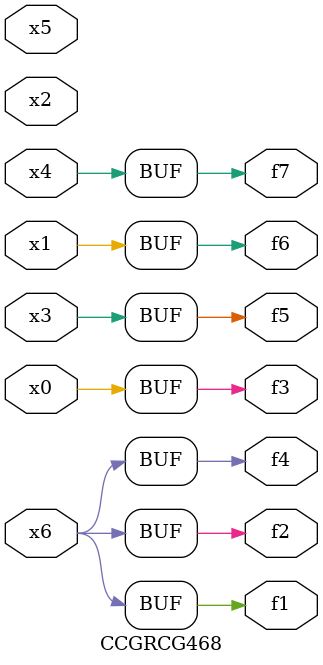
<source format=v>
module CCGRCG468(
	input x0, x1, x2, x3, x4, x5, x6,
	output f1, f2, f3, f4, f5, f6, f7
);
	assign f1 = x6;
	assign f2 = x6;
	assign f3 = x0;
	assign f4 = x6;
	assign f5 = x3;
	assign f6 = x1;
	assign f7 = x4;
endmodule

</source>
